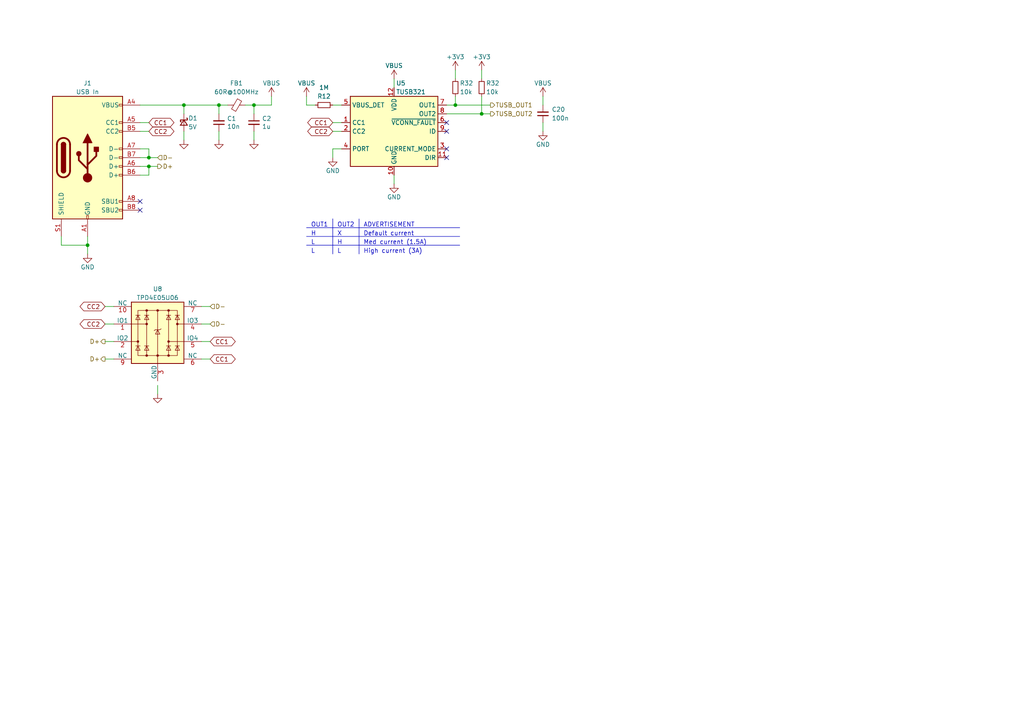
<source format=kicad_sch>
(kicad_sch (version 20230121) (generator eeschema)
  (paper "A4")
  (lib_symbols
    (symbol "Connector:USB_C_Receptacle_USB2.0" (pin_names (offset 1.016))
      (property "Reference" "J4" (at 0 21.59 0))
      (property "Value" "USB_C_Receptacle_USB2.0" (at 0 19.05 0))
      (symbol "USB_C_Receptacle_USB2.0_0_0"
        (rectangle (start -0.254 -17.78) (end 0.254 -16.764))
        (rectangle (start 10.16 -14.986) (end 9.144 -15.494))
        (rectangle (start 10.16 -12.446) (end 9.144 -12.954))
        (rectangle (start 10.16 -4.826) (end 9.144 -5.334))
        (rectangle (start 10.16 -2.286) (end 9.144 -2.794))
        (rectangle (start 10.16 0.254) (end 9.144 -0.254))
        (rectangle (start 10.16 2.794) (end 9.144 2.286))
        (rectangle (start 10.16 7.874) (end 9.144 7.366))
        (rectangle (start 10.16 10.414) (end 9.144 9.906))
        (rectangle (start 10.16 15.494) (end 9.144 14.986))
      )
      (symbol "USB_C_Receptacle_USB2.0_0_1"
        (rectangle (start -10.16 17.78) (end 10.16 -17.78) (stroke (width 0.254)) (fill (type background)))
        (arc (start -8.89 -3.81) (mid -6.985 -5.7067) (end -5.08 -3.81) (stroke (width 0.508)))
        (arc (start -7.62 -3.81) (mid -6.985 -4.4423) (end -6.35 -3.81) (stroke (width 0.254)))
        (arc (start -7.62 -3.81) (mid -6.985 -4.4423) (end -6.35 -3.81) (stroke (width 0.254)) (fill (type outline)))
        (rectangle (start -7.62 -3.81) (end -6.35 3.81) (stroke (width 0.254)) (fill (type outline)))
        (arc (start -6.35 3.81) (mid -6.985 4.4423) (end -7.62 3.81) (stroke (width 0.254)))
        (arc (start -6.35 3.81) (mid -6.985 4.4423) (end -7.62 3.81) (stroke (width 0.254)) (fill (type outline)))
        (arc (start -5.08 3.81) (mid -6.985 5.7067) (end -8.89 3.81) (stroke (width 0.508)))
        (circle (center -2.54 1.143) (radius 0.635) (stroke (width 0.254)) (fill (type outline)))
        (circle (center 0 -5.842) (radius 1.27) (fill (type outline)))
        (polyline (pts (xy -8.89 -3.81) (xy -8.89 3.81)) (stroke (width 0.508)))
        (polyline (pts (xy -5.08 3.81) (xy -5.08 -3.81)) (stroke (width 0.508)))
        (polyline (pts (xy 0 -5.842) (xy 0 4.318)) (stroke (width 0.508)))
        (polyline (pts (xy 0 -3.302) (xy -2.54 -0.762) (xy -2.54 0.508)) (stroke (width 0.508)))
        (polyline (pts (xy 0 -2.032) (xy 2.54 0.508) (xy 2.54 1.778)) (stroke (width 0.508)))
        (polyline (pts (xy -1.27 4.318) (xy 0 6.858) (xy 1.27 4.318) (xy -1.27 4.318)) (stroke (width 0.254)) (fill (type outline)))
        (rectangle (start 1.905 1.778) (end 3.175 3.048) (stroke (width 0.254)) (fill (type outline)))
      )
      (symbol "USB_C_Receptacle_USB2.0_1_1"
        (pin passive line (at 0 -22.86 90) (length 5.08) (name "GND") (number "A1"))
        (pin passive line (at 0 -22.86 90) (length 5.08) hide (name "GND") (number "A12"))
        (pin passive line (at 15.24 15.24 180) (length 5.08) (name "VBUS") (number "A4"))
        (pin bidirectional line (at 15.24 10.16 180) (length 5.08) (name "CC1") (number "A5"))
        (pin bidirectional line (at 15.24 -2.54 180) (length 5.08) (name "D+") (number "A6"))
        (pin bidirectional line (at 15.24 2.54 180) (length 5.08) (name "D-") (number "A7"))
        (pin bidirectional line (at 15.24 -12.7 180) (length 5.08) (name "SBU1") (number "A8"))
        (pin passive line (at 15.24 15.24 180) (length 5.08) hide (name "VBUS") (number "A9"))
        (pin passive line (at 0 -22.86 90) (length 5.08) hide (name "GND") (number "B1"))
        (pin passive line (at 0 -22.86 90) (length 5.08) hide (name "GND") (number "B12"))
        (pin passive line (at 15.24 15.24 180) (length 5.08) hide (name "VBUS") (number "B4"))
        (pin bidirectional line (at 15.24 7.62 180) (length 5.08) (name "CC2") (number "B5"))
        (pin bidirectional line (at 15.24 -5.08 180) (length 5.08) (name "D+") (number "B6"))
        (pin bidirectional line (at 15.24 0 180) (length 5.08) (name "D-") (number "B7"))
        (pin bidirectional line (at 15.24 -15.24 180) (length 5.08) (name "SBU2") (number "B8"))
        (pin passive line (at 15.24 15.24 180) (length 5.08) hide (name "VBUS") (number "B9"))
        (pin passive line (at -7.62 -22.86 90) (length 5.08) (name "SHIELD") (number "S1"))
      )
    )
    (symbol "Device:C_Small" (pin_numbers hide) (pin_names (offset 0.254) hide)
      (property "Reference" "C" (at 0.254 1.778 0))
      (property "Value" "C_Small" (at 0.254 -2.032 0))
      (symbol "C_Small_0_1"
        (polyline (pts (xy -1.524 -0.508) (xy 1.524 -0.508)) (stroke (width 0.3302)))
        (polyline (pts (xy -1.524 0.508) (xy 1.524 0.508)) (stroke (width 0.3048)))
      )
      (symbol "C_Small_1_1"
        (pin passive line (at 0 2.54 270) (length 2.032) (name "~") (number "1"))
        (pin passive line (at 0 -2.54 90) (length 2.032) (name "~") (number "2"))
      )
    )
    (symbol "Device:D_Schottky_Small" (pin_numbers hide) (pin_names (offset 0.254) hide)
      (property "Reference" "D" (at -1.27 2.032 0))
      (property "Value" "D_Schottky_Small" (at -7.112 -2.032 0))
      (symbol "D_Schottky_Small_0_1"
        (polyline (pts (xy -0.762 0) (xy 0.762 0)))
        (polyline (pts (xy 0.762 -1.016) (xy -0.762 0) (xy 0.762 1.016) (xy 0.762 -1.016)) (stroke (width 0.254)))
        (polyline (pts (xy -1.27 0.762) (xy -1.27 1.016) (xy -0.762 1.016) (xy -0.762 -1.016) (xy -0.254 -1.016) (xy -0.254 -0.762)) (stroke (width 0.254)))
      )
      (symbol "D_Schottky_Small_1_1"
        (pin passive line (at -2.54 0 0) (length 1.778) (name "K") (number "1"))
        (pin passive line (at 2.54 0 180) (length 1.778) (name "A") (number "2"))
      )
    )
    (symbol "Device:FerriteBead_Small" (pin_numbers hide) (pin_names (offset 0))
      (property "Reference" "FB" (at 1.905 1.27 0))
      (property "Value" "FerriteBead_Small" (at 1.905 -1.27 0))
      (symbol "FerriteBead_Small_0_1"
        (polyline (pts (xy 0 -1.27) (xy 0 -0.7874)))
        (polyline (pts (xy 0 0.889) (xy 0 1.2954)))
        (polyline (pts (xy -1.8288 0.2794) (xy -1.1176 1.4986) (xy 1.8288 -0.2032) (xy 1.1176 -1.4224) (xy -1.8288 0.2794)))
      )
      (symbol "FerriteBead_Small_1_1"
        (pin passive line (at 0 2.54 270) (length 1.27) (name "~") (number "1"))
        (pin passive line (at 0 -2.54 90) (length 1.27) (name "~") (number "2"))
      )
    )
    (symbol "Device:R_Small" (pin_numbers hide) (pin_names (offset 0.254) hide)
      (property "Reference" "R" (at 0.762 0.508 0))
      (property "Value" "R_Small" (at 0.762 -1.016 0))
      (symbol "R_Small_0_1"
        (rectangle (start -0.762 1.778) (end 0.762 -1.778) (stroke (width 0.2032)))
      )
      (symbol "R_Small_1_1"
        (pin passive line (at 0 2.54 270) (length 0.762) (name "~") (number "1"))
        (pin passive line (at 0 -2.54 90) (length 0.762) (name "~") (number "2"))
      )
    )
    (symbol "Honeydew:TPD4E05U06" (pin_names (offset 0))
      (property "Reference" "U8" (at 0 12.7 0))
      (property "Value" "TPD4E05U06" (at 0 10.16 0))
      (symbol "TPD4E05U06_0_0"
        (rectangle (start -5.715 6.477) (end 5.715 -6.604))
        (polyline (pts (xy -3.175 -6.604) (xy -3.175 6.477)))
        (polyline (pts (xy 0 6.477) (xy 0 -6.604)))
        (polyline (pts (xy 3.175 6.477) (xy 3.175 -6.604)))
      )
      (symbol "TPD4E05U06_0_1"
        (rectangle (start -7.62 8.89) (end 7.62 -8.89) (stroke (width 0.254)) (fill (type background)))
        (circle (center -5.715 -2.54) (radius 0.2794) (fill (type outline)))
        (circle (center -3.175 -6.604) (radius 0.2794) (fill (type outline)))
        (circle (center -3.175 2.54) (radius 0.2794) (fill (type outline)))
        (circle (center -3.175 6.477) (radius 0.2794) (fill (type outline)))
        (polyline (pts (xy -7.747 2.54) (xy -3.175 2.54)))
        (polyline (pts (xy -7.62 -2.54) (xy -5.715 -2.54)))
        (polyline (pts (xy -5.08 -3.81) (xy -6.35 -3.81)))
        (polyline (pts (xy -5.08 5.08) (xy -6.35 5.08)))
        (polyline (pts (xy -2.54 -3.81) (xy -3.81 -3.81)))
        (polyline (pts (xy -2.54 5.08) (xy -3.81 5.08)))
        (polyline (pts (xy -0.635 0.889) (xy -1.016 0.635)))
        (polyline (pts (xy 0 -6.604) (xy 0 -8.89)))
        (polyline (pts (xy 0.635 0.889) (xy -0.635 0.889)))
        (polyline (pts (xy 0.635 0.889) (xy 1.016 1.143)))
        (polyline (pts (xy 3.81 -3.81) (xy 2.54 -3.81)))
        (polyline (pts (xy 3.81 5.08) (xy 2.54 5.08)))
        (polyline (pts (xy 6.35 -3.81) (xy 5.08 -3.81)))
        (polyline (pts (xy 6.35 5.08) (xy 5.08 5.08)))
        (polyline (pts (xy 7.62 -2.54) (xy 3.175 -2.54)))
        (polyline (pts (xy 7.62 2.54) (xy 5.715 2.54)))
        (polyline (pts (xy -5.08 -5.08) (xy -6.35 -5.08) (xy -5.715 -3.81) (xy -5.08 -5.08)))
        (polyline (pts (xy -5.08 3.81) (xy -6.35 3.81) (xy -5.715 5.08) (xy -5.08 3.81)))
        (polyline (pts (xy -2.54 -5.08) (xy -3.81 -5.08) (xy -3.175 -3.81) (xy -2.54 -5.08)))
        (polyline (pts (xy -2.54 3.81) (xy -3.81 3.81) (xy -3.175 5.08) (xy -2.54 3.81)))
        (polyline (pts (xy 0.635 -0.381) (xy -0.635 -0.381) (xy 0 0.889) (xy 0.635 -0.381)))
        (polyline (pts (xy 3.81 -5.08) (xy 2.54 -5.08) (xy 3.175 -3.81) (xy 3.81 -5.08)))
        (polyline (pts (xy 3.81 3.81) (xy 2.54 3.81) (xy 3.175 5.08) (xy 3.81 3.81)))
        (polyline (pts (xy 6.35 -5.08) (xy 5.08 -5.08) (xy 5.715 -3.81) (xy 6.35 -5.08)))
        (polyline (pts (xy 6.35 3.81) (xy 5.08 3.81) (xy 5.715 5.08) (xy 6.35 3.81)))
        (circle (center 0 6.477) (radius 0.2794) (fill (type outline)))
        (circle (center 3.175 -6.604) (radius 0.2794) (fill (type outline)))
        (circle (center 3.175 -2.54) (radius 0.2794) (fill (type outline)))
        (circle (center 3.175 6.477) (radius 0.2794) (fill (type outline)))
        (circle (center 5.715 2.54) (radius 0.2794) (fill (type outline)))
      )
      (symbol "TPD4E05U06_1_1"
        (circle (center 0 -6.604) (radius 0.2794) (fill (type outline)))
        (pin bidirectional line (at -12.7 2.54 0) (length 5.08) (name "IO1") (number "1"))
        (pin bidirectional line (at -12.7 7.62 0) (length 5.08) (name "NC") (number "10"))
        (pin bidirectional line (at -12.7 -2.54 0) (length 5.08) (name "IO2") (number "2"))
        (pin power_in line (at 0 -13.97 90) (length 5.08) (name "GND") (number "3"))
        (pin bidirectional line (at 12.7 2.54 180) (length 5.08) (name "IO3") (number "4"))
        (pin bidirectional line (at 12.7 -2.54 180) (length 5.08) (name "IO4") (number "5"))
        (pin bidirectional line (at 12.7 -7.62 180) (length 5.08) (name "NC") (number "6"))
        (pin bidirectional line (at 12.7 7.62 180) (length 5.08) (name "NC") (number "7"))
        (pin power_in line (at 0 -13.97 90) (length 5.08) hide (name "GND") (number "8"))
        (pin bidirectional line (at -12.7 -7.62 0) (length 5.08) (name "NC") (number "9"))
      )
    )
    (symbol "Interface_USB:TUSB321"
      (property "Reference" "U" (at -11.43 11.43 0))
      (property "Value" "TUSB321" (at 7.62 11.43 0))
      (symbol "TUSB321_1_1"
        (rectangle (start -12.7 10.16) (end 12.7 -10.16) (stroke (width 0.254)) (fill (type background)))
        (pin bidirectional line (at 15.24 2.54 180) (length 2.54) (name "CC1") (number "1"))
        (pin power_in line (at 0 -12.7 90) (length 2.54) (name "GND") (number "10"))
        (pin open_collector line (at -15.24 -7.62 0) (length 2.54) (name "DIR") (number "11"))
        (pin power_in line (at 0 12.7 270) (length 2.54) (name "VDD") (number "12"))
        (pin bidirectional line (at 15.24 0 180) (length 2.54) (name "CC2") (number "2"))
        (pin input line (at -15.24 -5.08 0) (length 2.54) (name "CURRENT_MODE") (number "3"))
        (pin input line (at 15.24 -5.08 180) (length 2.54) (name "PORT") (number "4"))
        (pin input line (at 15.24 7.62 180) (length 2.54) (name "VBUS_DET") (number "5"))
        (pin open_collector line (at -15.24 2.54 0) (length 2.54) (name "~{VCONN_FAULT}") (number "6"))
        (pin open_collector line (at -15.24 7.62 0) (length 2.54) (name "OUT1") (number "7"))
        (pin open_collector line (at -15.24 5.08 0) (length 2.54) (name "OUT2") (number "8"))
        (pin open_collector line (at -15.24 0 0) (length 2.54) (name "ID") (number "9"))
      )
    )
    (symbol "power:+3V3" (power) (pin_names (offset 0))
      (property "Value" "+3V3" (at 0 3.556 0))
      (symbol "+3V3_0_1"
        (polyline (pts (xy -0.762 1.27) (xy 0 2.54)))
        (polyline (pts (xy 0 0) (xy 0 2.54)))
        (polyline (pts (xy 0 2.54) (xy 0.762 1.27)))
      )
      (symbol "+3V3_1_1"
        (pin power_in line (at 0 0 90) (length 0) hide (name "+3V3") (number "1"))
      )
    )
    (symbol "power:GND" (power) (pin_names (offset 0))
      (property "Value" "GND" (at 0 -3.81 0))
      (symbol "GND_0_1"
        (polyline (pts (xy 0 0) (xy 0 -1.27) (xy 1.27 -1.27) (xy 0 -2.54) (xy -1.27 -1.27) (xy 0 -1.27)))
      )
      (symbol "GND_1_1"
        (pin power_in line (at 0 0 270) (length 0) hide (name "GND") (number "1"))
      )
    )
    (symbol "power:VBUS" (power) (pin_names (offset 0))
      (property "Value" "VBUS" (at 0 3.81 0))
      (symbol "VBUS_0_1"
        (polyline (pts (xy -0.762 1.27) (xy 0 2.54)))
        (polyline (pts (xy 0 0) (xy 0 2.54)))
        (polyline (pts (xy 0 2.54) (xy 0.762 1.27)))
      )
      (symbol "VBUS_1_1"
        (pin power_in line (at 0 0 90) (length 0) hide (name "VBUS") (number "1"))
      )
    )
  )
  (junction (at 73.66 30.48))
  (junction (at 139.7 33.02))
  (junction (at 25.4 71.12))
  (junction (at 53.34 30.48))
  (junction (at 63.5 30.48))
  (junction (at 132.08 30.48))
  (junction (at 43.18 48.26))
  (junction (at 43.18 45.72))
  (no_connect (at 129.54 35.56))
  (no_connect (at 129.54 45.72))
  (no_connect (at 40.64 60.96))
  (no_connect (at 129.54 38.1))
  (no_connect (at 129.54 43.18))
  (no_connect (at 40.64 58.42))
  (wire (pts (xy 88.9 27.94) (xy 88.9 30.48)))
  (wire (pts (xy 30.48 93.98) (xy 33.02 93.98)))
  (wire (pts (xy 40.64 45.72) (xy 43.18 45.72)))
  (wire (pts (xy 73.66 30.48) (xy 78.74 30.48)))
  (polyline (pts (xy 88.9 66.04) (xy 133.35 66.04)))
  (wire (pts (xy 40.64 50.8) (xy 43.18 50.8)))
  (wire (pts (xy 73.66 38.1) (xy 73.66 40.64)))
  (wire (pts (xy 45.72 111.76) (xy 45.72 114.3)))
  (wire (pts (xy 132.08 20.32) (xy 132.08 22.86)))
  (polyline (pts (xy 88.9 71.12) (xy 133.35 71.12)))
  (polyline (pts (xy 96.52 63.5) (xy 96.52 63.5)))
  (wire (pts (xy 53.34 30.48) (xy 63.5 30.48)))
  (wire (pts (xy 40.64 30.48) (xy 53.34 30.48)))
  (wire (pts (xy 132.08 27.94) (xy 132.08 30.48)))
  (wire (pts (xy 142.24 30.48) (xy 132.08 30.48)))
  (wire (pts (xy 45.72 48.26) (xy 43.18 48.26)))
  (wire (pts (xy 25.4 68.58) (xy 25.4 71.12)))
  (wire (pts (xy 58.42 104.14) (xy 60.96 104.14)))
  (wire (pts (xy 40.64 48.26) (xy 43.18 48.26)))
  (wire (pts (xy 142.24 33.02) (xy 139.7 33.02)))
  (wire (pts (xy 43.18 35.56) (xy 40.64 35.56)))
  (wire (pts (xy 96.52 38.1) (xy 99.06 38.1)))
  (wire (pts (xy 30.48 104.14) (xy 33.02 104.14)))
  (wire (pts (xy 63.5 38.1) (xy 63.5 40.64)))
  (wire (pts (xy 30.48 99.06) (xy 33.02 99.06)))
  (wire (pts (xy 43.18 43.18) (xy 43.18 45.72)))
  (wire (pts (xy 96.52 43.18) (xy 99.06 43.18)))
  (wire (pts (xy 53.34 38.1) (xy 53.34 40.64)))
  (wire (pts (xy 157.48 27.94) (xy 157.48 30.48)))
  (wire (pts (xy 114.3 50.8) (xy 114.3 53.34)))
  (wire (pts (xy 60.96 88.9) (xy 58.42 88.9)))
  (wire (pts (xy 96.52 43.18) (xy 96.52 45.72)))
  (wire (pts (xy 73.66 30.48) (xy 73.66 33.02)))
  (wire (pts (xy 96.52 35.56) (xy 99.06 35.56)))
  (wire (pts (xy 40.64 43.18) (xy 43.18 43.18)))
  (wire (pts (xy 45.72 45.72) (xy 43.18 45.72)))
  (wire (pts (xy 53.34 33.02) (xy 53.34 30.48)))
  (wire (pts (xy 60.96 99.06) (xy 58.42 99.06)))
  (wire (pts (xy 43.18 38.1) (xy 40.64 38.1)))
  (wire (pts (xy 60.96 93.98) (xy 58.42 93.98)))
  (wire (pts (xy 43.18 48.26) (xy 43.18 50.8)))
  (polyline (pts (xy 88.9 68.58) (xy 133.35 68.58)))
  (wire (pts (xy 17.78 68.58) (xy 17.78 71.12)))
  (wire (pts (xy 114.3 22.86) (xy 114.3 25.4)))
  (wire (pts (xy 139.7 20.32) (xy 139.7 22.86)))
  (wire (pts (xy 17.78 71.12) (xy 25.4 71.12)))
  (wire (pts (xy 63.5 30.48) (xy 66.04 30.48)))
  (wire (pts (xy 78.74 27.94) (xy 78.74 30.48)))
  (polyline (pts (xy 104.14 63.5) (xy 104.14 73.66)))
  (wire (pts (xy 88.9 30.48) (xy 91.44 30.48)))
  (wire (pts (xy 71.12 30.48) (xy 73.66 30.48)))
  (wire (pts (xy 63.5 33.02) (xy 63.5 30.48)))
  (wire (pts (xy 129.54 33.02) (xy 139.7 33.02)))
  (wire (pts (xy 25.4 71.12) (xy 25.4 73.66)))
  (wire (pts (xy 96.52 30.48) (xy 99.06 30.48)))
  (wire (pts (xy 139.7 27.94) (xy 139.7 33.02)))
  (wire (pts (xy 30.48 88.9) (xy 33.02 88.9)))
  (wire (pts (xy 157.48 35.56) (xy 157.48 38.1)))
  (polyline (pts (xy 96.52 63.5) (xy 96.52 73.66)))
  (wire (pts (xy 132.08 30.48) (xy 129.54 30.48)))
  (text "Default current" (at 105.41 68.58 0) (effects (font (size 1.27 1.27)) (justify left bottom)))
  (text "OUT2" (at 97.79 66.04 0) (effects (font (size 1.27 1.27)) (justify left bottom)))
  (text "OUT1" (at 90.17 66.04 0) (effects (font (size 1.27 1.27)) (justify left bottom)))
  (text "X" (at 97.79 68.58 0) (effects (font (size 1.27 1.27)) (justify left bottom)))
  (text "High current (3A)" (at 105.41 73.66 0) (effects (font (size 1.27 1.27)) (justify left bottom)))
  (text "Med current (1.5A)" (at 105.41 71.12 0) (effects (font (size 1.27 1.27)) (justify left bottom)))
  (text "H" (at 90.17 68.58 0) (effects (font (size 1.27 1.27)) (justify left bottom)))
  (text "ADVERTISEMENT" (at 105.41 66.04 0) (effects (font (size 1.27 1.27)) (justify left bottom)))
  (text "H" (at 97.79 71.12 0) (effects (font (size 1.27 1.27)) (justify left bottom)))
  (text "L" (at 97.79 73.66 0) (effects (font (size 1.27 1.27)) (justify left bottom)))
  (text "L" (at 90.17 73.66 0) (effects (font (size 1.27 1.27)) (justify left bottom)))
  (text "L" (at 90.17 71.12 0) (effects (font (size 1.27 1.27)) (justify left bottom)))
  (global_label "CC2" (shape bidirectional) (at 30.48 93.98 180) (property "Intersheetrefs" "${INTERSHEET_REFS}" (effects hide)))
  (global_label "CC2" (shape bidirectional) (at 43.18 38.1 0) (property "Intersheetrefs" "${INTERSHEET_REFS}" (effects hide)))
  (global_label "CC1" (shape bidirectional) (at 60.96 99.06 0) (property "Intersheetrefs" "${INTERSHEET_REFS}" (effects hide)))
  (global_label "CC1" (shape bidirectional) (at 96.52 35.56 180) (property "Intersheetrefs" "${INTERSHEET_REFS}" (effects hide)))
  (global_label "CC2" (shape bidirectional) (at 96.52 38.1 180) (property "Intersheetrefs" "${INTERSHEET_REFS}" (effects hide)))
  (global_label "CC1" (shape bidirectional) (at 60.96 104.14 0) (property "Intersheetrefs" "${INTERSHEET_REFS}" (effects hide)))
  (global_label "CC2" (shape bidirectional) (at 30.48 88.9 180) (property "Intersheetrefs" "${INTERSHEET_REFS}" (effects hide)))
  (global_label "CC1" (shape bidirectional) (at 43.18 35.56 0) (property "Intersheetrefs" "${INTERSHEET_REFS}" (effects hide)))
  (hierarchical_label "D-" (shape input) (at 45.72 45.72 0))
  (hierarchical_label "D-" (shape input) (at 60.96 88.9 0))
  (hierarchical_label "TUSB_OUT2" (shape output) (at 142.24 33.02 0))
  (hierarchical_label "D+" (shape output) (at 30.48 104.14 180))
  (hierarchical_label "D-" (shape input) (at 60.96 93.98 0))
  (hierarchical_label "TUSB_OUT1" (shape output) (at 142.24 30.48 0))
  (hierarchical_label "D+" (shape output) (at 30.48 99.06 180))
  (hierarchical_label "D+" (shape output) (at 45.72 48.26 0))
  (symbol (lib_id "power:VBUS") (at 114.3 22.86 0) (unit 1)
    (property "Reference" "#PWR060" (effects hide))
    (property "Value" "VBUS" (at 114.3 19.05 0))
    (instances (project "Honeydew" (path "" (reference "#PWR060") (unit 1)) (path "" (reference "#PWR052") (unit 1))))
  )
  (symbol (lib_id "power:VBUS") (at 88.9 27.94 0) (unit 1)
    (property "Reference" "#PWR052" (effects hide))
    (property "Value" "VBUS" (at 88.9 24.13 0))
    (instances (project "Honeydew" (path "" (reference "#PWR052") (unit 1)) (path "" (reference "#PWR010") (unit 1))))
  )
  (symbol (lib_id "power:GND") (at 73.66 40.64 0) (unit 1)
    (property "Reference" "#PWR03" (effects hide))
    (property "Value" "GND" (effects hide))
    (instances (project "Casaba" (path "" (reference "#PWR03") (unit 1))) (project "Honeydew" (path "" (reference "#PWR?") (unit 1)) (path "" (reference "#PWR074") (unit 1)) (path "" (reference "#PWR067") (unit 1))))
  )
  (symbol (lib_id "power:GND") (at 157.48 38.1 0) (unit 1)
    (property "Reference" "#PWR03" (effects hide))
    (property "Value" "GND" (at 157.48 41.91 0))
    (instances (project "Honeydew" (path "" (reference "#PWR03") (unit 1)) (path "" (reference "#PWR059") (unit 1)) (path "" (reference "#PWR085") (unit 1))))
  )
  (symbol (lib_id "Device:D_Schottky_Small") (at 53.34 35.56 270) (unit 1)
    (property "Reference" "D1" (at 54.61 34.29 90) (effects (justify left)))
    (property "Value" "5V" (at 54.61 36.83 90) (effects (justify left)))
    (property "Footprint" "Diode_SMD:D_SOD-523" (effects hide))
    (property "LCSC" "C502546" (effects hide))
    (property "Description" "SOD-523 TVS" (effects hide))
    (instances (project "Casaba" (path "" (reference "D1") (unit 1))) (project "Honeydew" (path "" (reference "D140") (unit 1)) (path "" (reference "D145") (unit 1))))
  )
  (symbol (lib_id "power:GND") (at 53.34 40.64 0) (unit 1)
    (property "Reference" "#PWR04" (effects hide))
    (property "Value" "GND" (effects hide))
    (instances (project "Casaba" (path "" (reference "#PWR04") (unit 1))) (project "Honeydew" (path "" (reference "#PWR?") (unit 1)) (path "" (reference "#PWR011") (unit 1)) (path "" (reference "#PWR059") (unit 1))))
  )
  (symbol (lib_id "power:GND") (at 114.3 53.34 0) (unit 1)
    (property "Reference" "#PWR03" (effects hide))
    (property "Value" "GND" (at 114.3 57.15 0))
    (instances (project "Honeydew" (path "" (reference "#PWR03") (unit 1)) (path "" (reference "#PWR067") (unit 1)) (path "" (reference "#PWR053") (unit 1))))
  )
  (symbol (lib_id "Device:C_Small") (at 73.66 35.56 0) (unit 1)
    (property "Reference" "C2" (at 75.9968 34.3916 0) (effects (justify left)))
    (property "Value" "1u" (at 75.9968 36.703 0) (effects (justify left)))
    (property "Footprint" "Capacitor_SMD:C_0603_1608Metric" (effects hide))
    (property "Description" "0603 capacitor" (effects hide))
    (property "LCSC" "C15849" (effects hide))
    (property "Voltage" "50V" (effects hide))
    (instances (project "Casaba" (path "" (reference "C2") (unit 1))) (project "Honeydew" (path "" (reference "C34") (unit 1)) (path "" (reference "C32") (unit 1))))
  )
  (symbol (lib_id "power:GND") (at 63.5 40.64 0) (unit 1)
    (property "Reference" "#PWR02" (effects hide))
    (property "Value" "GND" (effects hide))
    (instances (project "Casaba" (path "" (reference "#PWR02") (unit 1))) (project "Honeydew" (path "" (reference "#PWR?") (unit 1)) (path "" (reference "#PWR041") (unit 1)) (path "" (reference "#PWR062") (unit 1))))
  )
  (symbol (lib_id "Device:R_Small") (at 132.08 25.4 0) (mirror y) (unit 1)
    (property "Reference" "R32" (at 133.35 24.13 0) (effects (justify right)))
    (property "Value" "10k" (at 133.35 26.67 0) (effects (justify right)))
    (property "Footprint" "Resistor_SMD:R_0402_1005Metric" (effects hide))
    (property "Description" "0402 resistor" (effects hide))
    (property "LCSC" "C25744" (effects hide))
    (instances (project "Honeydew" (path "" (reference "R32") (unit 1)) (path "" (reference "R37") (unit 1))))
  )
  (symbol (lib_id "Device:C_Small") (at 63.5 35.56 180) (unit 1)
    (property "Reference" "C1" (at 65.8368 34.3916 0) (effects (justify right)))
    (property "Value" "10n" (at 65.8368 36.703 0) (effects (justify right)))
    (property "Footprint" "Capacitor_SMD:C_0402_1005Metric" (effects hide))
    (property "Description" "0402 capacitor" (effects hide))
    (property "LCSC" "C15195" (effects hide))
    (property "Voltage" "50V" (effects hide))
    (instances (project "Casaba" (path "" (reference "C1") (unit 1))) (project "Honeydew" (path "" (reference "C2") (unit 1)) (path "" (reference "C33") (unit 1)) (path "" (reference "C20") (unit 1))))
  )
  (symbol (lib_id "Honeydew:TPD4E05U06") (at 45.72 96.52 0) (unit 1)
    (property "Reference" "U8" (at 45.72 83.82 0))
    (property "Value" "TPD4E05U06" (at 45.72 86.36 0))
    (property "Footprint" "Honeydew:USON-10_2.5x1.0mm_P0.5mm" (effects hide))
    (property "LCSC" "C138714" (effects hide))
    (property "Description" "TVS array" (effects hide))
  )
  (symbol (lib_id "power:+3V3") (at 139.7 20.32 0) (unit 1)
    (property "Reference" "#PWR0107" (effects hide))
    (property "Value" "+3V3" (at 139.7 16.51 0))
  )
  (symbol (lib_id "power:VBUS") (at 78.74 27.94 0) (unit 1)
    (property "Reference" "#PWR052" (effects hide))
    (property "Value" "VBUS" (at 78.74 24.13 0))
    (instances (project "Honeydew" (path "" (reference "#PWR052") (unit 1)) (path "" (reference "#PWR0105") (unit 1))))
  )
  (symbol (lib_id "Device:R_Small") (at 139.7 25.4 0) (mirror y) (unit 1)
    (property "Reference" "R32" (at 140.97 24.13 0) (effects (justify right)))
    (property "Value" "10k" (at 140.97 26.67 0) (effects (justify right)))
    (property "Footprint" "Resistor_SMD:R_0402_1005Metric" (effects hide))
    (property "Description" "0402 resistor" (effects hide))
    (property "LCSC" "C25744" (effects hide))
    (instances (project "Honeydew" (path "" (reference "R32") (unit 1)) (path "" (reference "R38") (unit 1))))
  )
  (symbol (lib_id "power:GND") (at 25.4 73.66 0) (unit 1)
    (property "Reference" "#PWR01" (effects hide))
    (property "Value" "GND" (at 25.4 77.47 0))
    (instances (project "Casaba" (path "" (reference "#PWR01") (unit 1))) (project "Honeydew" (path "" (reference "#PWR?") (unit 1)) (path "" (reference "#PWR010") (unit 1)) (path "" (reference "#PWR011") (unit 1))))
  )
  (symbol (lib_id "power:VBUS") (at 157.48 27.94 0) (unit 1)
    (property "Reference" "#PWR062" (effects hide))
    (property "Value" "VBUS" (at 157.48 24.13 0))
    (instances (project "Honeydew" (path "" (reference "#PWR062") (unit 1)) (path "" (reference "#PWR074") (unit 1))))
  )
  (symbol (lib_id "Device:FerriteBead_Small") (at 68.58 30.48 270) (unit 1)
    (property "Reference" "FB1" (at 68.58 24.13 90))
    (property "Value" "60R@100MHz" (at 68.58 26.67 90))
    (property "Footprint" "Inductor_SMD:L_0805_2012Metric" (effects hide))
    (property "LCSC" "C237300" (effects hide))
    (property "Description" "60R@100MHz" (effects hide))
  )
  (symbol (lib_id "Device:R_Small") (at 93.98 30.48 270) (mirror x) (unit 1)
    (property "Reference" "R12" (at 93.98 27.94 90))
    (property "Value" "1M" (at 93.98 25.4 90))
    (property "Footprint" "Resistor_SMD:R_0402_1005Metric" (effects hide))
    (property "Description" "0402 resistor" (effects hide))
    (property "LCSC" "C26083" (effects hide))
  )
  (symbol (lib_id "Connector:USB_C_Receptacle_USB2.0") (at 25.4 45.72 0) (unit 1)
    (property "Reference" "J1" (at 25.4 24.13 0))
    (property "Value" "USB In" (at 25.4 26.67 0))
    (property "Footprint" "Honeydew:HRO-TYPE-C-31-M-14" (effects hide))
    (property "Datasheet" "https://www.usb.org/sites/default/files/documents/usb_type-c.zip" (effects hide))
    (property "LCSC" "C3019720" (effects hide))
    (property "Description" "USB C receptacle" (effects hide))
    (instances (project "Casaba" (path "" (reference "J1") (unit 1))) (project "Honeydew" (path "" (reference "J2") (unit 1)) (path "" (reference "J2") (unit 1))))
  )
  (symbol (lib_id "power:GND") (at 96.52 45.72 0) (unit 1)
    (property "Reference" "#PWR03" (effects hide))
    (property "Value" "GND" (at 96.52 49.53 0))
    (instances (project "Honeydew" (path "" (reference "#PWR03") (unit 1)) (path "" (reference "#PWR067") (unit 1)) (path "" (reference "#PWR064") (unit 1))))
  )
  (symbol (lib_id "power:GND") (at 45.72 114.3 0) (unit 1)
    (property "Reference" "#PWR08" (effects hide))
    (property "Value" "GND" (effects hide))
    (instances (project "Casaba" (path "" (reference "#PWR08") (unit 1))) (project "Honeydew" (path "" (reference "#PWR?") (unit 1)) (path "" (reference "#PWR053") (unit 1)) (path "" (reference "#PWR060") (unit 1))))
  )
  (symbol (lib_id "power:+3V3") (at 132.08 20.32 0) (unit 1)
    (property "Reference" "#PWR041" (effects hide))
    (property "Value" "+3V3" (at 132.08 16.51 0))
  )
  (symbol (lib_id "Device:C_Small") (at 157.48 33.02 180) (unit 1)
    (property "Reference" "C20" (at 160.02 31.75 0) (effects (justify right)))
    (property "Value" "100n" (at 160.02 34.29 0) (effects (justify right)))
    (property "Footprint" "Capacitor_SMD:C_0402_1005Metric" (effects hide))
    (property "Description" "0402 capacitor" (effects hide))
    (property "LCSC" "C307331" (effects hide))
    (property "Voltage" "50V" (effects hide))
    (instances (project "Honeydew" (path "" (reference "C20") (unit 1)) (path "" (reference "C33") (unit 1))))
  )
  (symbol (lib_id "Interface_USB:TUSB321") (at 114.3 38.1 0) (mirror y) (unit 1)
    (property "Reference" "U5" (at 114.8841 24.13 0) (effects (justify right)))
    (property "Value" "TUSB321" (at 114.8841 26.67 0) (effects (justify right)))
    (property "Footprint" "Honeydew:Texas_X2QFN-12_1.6x1.6mm_P0.4mm" (effects hide))
    (property "Datasheet" "http://www.ti.com/lit/ds/symlink/tusb321.pdf" (effects hide))
    (property "Description" "CC controller" (effects hide))
    (property "LCSC" "C139392" (effects hide))
  )
)
</source>
